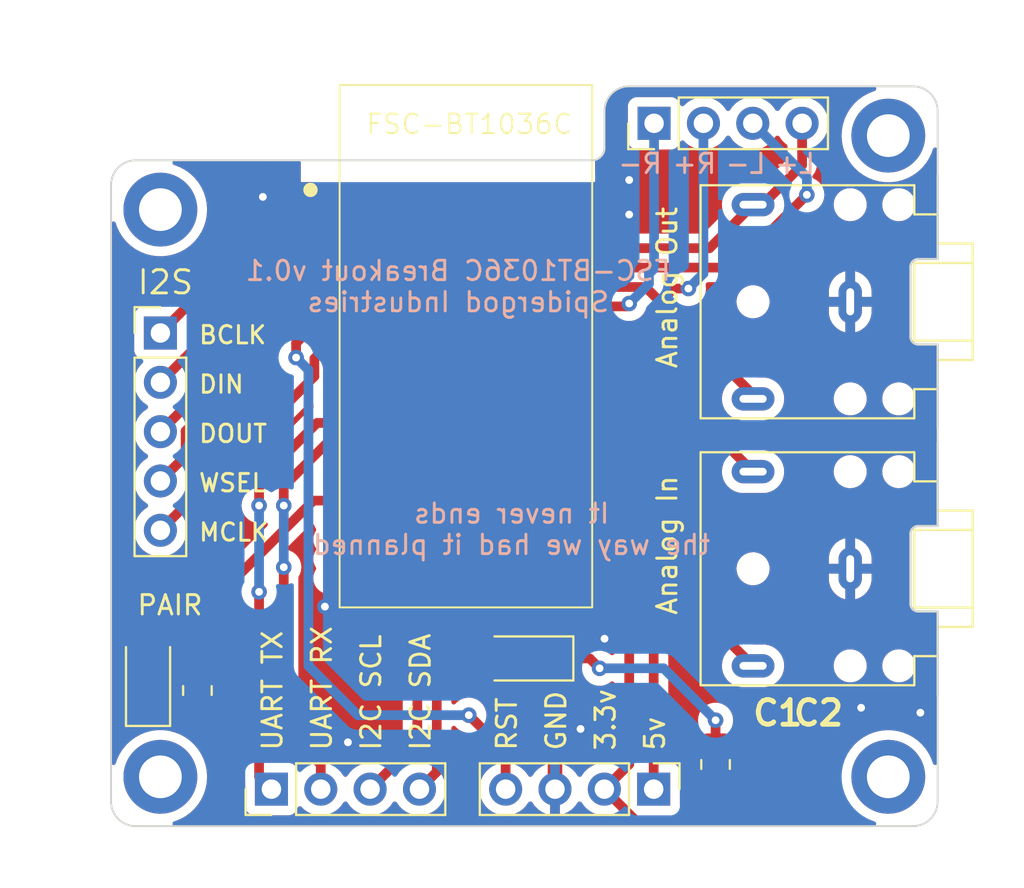
<source format=kicad_pcb>
(kicad_pcb (version 20221018) (generator pcbnew)
  (layers (0 "F.Cu" signal) (31 "B.Cu" signal) (34 "B.Paste" user) (35 "F.Paste" user) (36 "B.SilkS" user "B.Silkscreen") (37 "F.SilkS" user "F.Silkscreen") (38 "B.Mask" user) (39 "F.Mask" user) (44 "Edge.Cuts" user))
  (net 0 "")
  (net 1 "OUT_R+")
  (net 2 "GND")
  (net 3 "OUT_L+")
  (net 4 "IN_R+")
  (net 5 "IN_L+")
  (net 8 "I2S_BCLK")
  (net 9 "I2S_IN")
  (net 10 "I2S_OUT")
  (net 11 "I2S_WSEL")
  (net 12 "RST")
  (net 13 "I2S_MCLK")
  (net 17 "UART_TX")
  (net 18 "UART_RX")
  (net 21 "ADC0")
  (net 23 "ADC1")
  (net 24 "P13")
  (net 26 "I2C_SCL")
  (net 27 "I2C_SDA")
  (net 33 "+3.3V")
  (net 39 "+5V")
  (net 40 "IN_R-")
  (net 42 "IN_L-")
  (net 44 "OUT_R-")
  (net 45 "OUT_L-")
  (net 47 "Net-(PAIRING1-K)")
  (net 48 "Net-(PAIRING1-A)")
  (net 49 "Net-(PWR1-K)")
  (net 50 "Net-(PWR1-A)")
  (footprint "dowloaded_parts:0805_cap" (layer "F.Cu") (at 159.095 103.525 90)
    (fp_text reference "C2" (at 2.667 -0.127) (layer "F.SilkS") (effects (font (size 1.27 1.27) (thickness 0.254))))
    (fp_text value "CL21B104KBCNNNC" hide)
    (pad "1" smd rect (at -0.841 0 90) (size 1.112 1.47) (layers "F.Cu" "F.Paste" "F.Mask") (net 33 "+3.3V"))
    (pad "2" smd rect (at 0.9045 0 90) (size 1.239 1.47) (layers "F.Cu" "F.Paste" "F.Mask") (net 2 "GND"))
  )
  (footprint "dowloaded_parts:Jack_3.5mm_CUI_SJ1-3523N_Horizontal" (layer "F.Cu") (at 160.6 93.425 90)
    (fp_text reference "J2" hide)
    (fp_text value "SJ1-3523N" hide)
    (fp_line (start -6 -7.7) (end 6 -7.7) (stroke (width 0.12)) (layer "F.SilkS"))
    (fp_line (start -6 3.3) (end -6 -7.7) (stroke (width 0.12)) (layer "F.SilkS"))
    (fp_line (start -4.5 3.3) (end -6 3.3) (stroke (width 0.12)) (layer "F.SilkS"))
    (fp_line (start -4.5 4.5) (end -4.5 3.3) (stroke (width 0.12)) (layer "F.SilkS"))
    (fp_line (start -3 4.5) (end -4.5 4.5) (stroke (width 0.12)) (layer "F.SilkS"))
    (fp_line (start -3 6.3) (end -3 4.5) (stroke (width 0.12)) (layer "F.SilkS"))
    (fp_line (start -2 3.3) (end -2 6.3) (stroke (width 0.12)) (layer "F.SilkS"))
    (fp_line (start 2 3.3) (end -2 3.3) (stroke (width 0.12)) (layer "F.SilkS"))
    (fp_line (start 2 6.3) (end 2 3.3) (stroke (width 0.12)) (layer "F.SilkS"))
    (fp_line (start 3 4.5) (end 3 6.3) (stroke (width 0.12)) (layer "F.SilkS"))
    (fp_line (start 3 6.3) (end -3 6.3) (stroke (width 0.12)) (layer "F.SilkS"))
    (fp_line (start 4.5 3.3) (end 4.5 4.5) (stroke (width 0.12)) (layer "F.SilkS"))
    (fp_line (start 4.5 4.5) (end 3 4.5) (stroke (width 0.12)) (layer "F.SilkS"))
    (fp_line (start 6 -7.7) (end 6 3.3) (stroke (width 0.12)) (layer "F.SilkS"))
    (fp_line (start 6 3.3) (end 4.5 3.3) (stroke (width 0.12)) (layer "F.SilkS"))
    (fp_line (start -2.2 3.5) (end -2.2 4.5) (stroke (width 0.12)) (layer "Edge.Cuts"))
    (fp_line (start -2.2 4.5) (end -6.5 4.5) (stroke (width 0.12)) (layer "Edge.Cuts"))
    (fp_line (start 1.8 3.1) (end -1.8 3.1) (stroke (width 0.12)) (layer "Edge.Cuts"))
    (fp_line (start 2.2 3.5) (end 2.2 4.5) (stroke (width 0.12)) (layer "Edge.Cuts"))
    (fp_line (start 2.2 4.5) (end 6.5 4.5) (stroke (width 0.12)) (layer "Edge.Cuts"))
    (fp_arc (start -2.2 3.5) (mid -2.082842 3.217158) (end -1.8 3.1) (stroke (width 0.12)) (layer "Edge.Cuts"))
    (fp_arc (start 1.8 3.1) (mid 2.082843 3.217157) (end 2.2 3.5) (stroke (width 0.12)) (layer "Edge.Cuts"))
    (pad "" np_thru_hole circle (at -5 0 90) (size 1.2 1.2) (drill 1.2) (layers "*.Cu"))
    (pad "" np_thru_hole circle (at -5 2.5 90) (size 1.2 1.2) (drill 1.2) (layers "*.Cu"))
    (pad "" np_thru_hole circle (at 0 -5 90) (size 1.2 1.2) (drill 1.2) (layers "*.Cu"))
    (pad "" np_thru_hole circle (at 5 0 90) (size 1.2 1.2) (drill 1.2) (layers "*.Cu"))
    (pad "" np_thru_hole circle (at 5 2.5 90) (size 1.2 1.2) (drill 1.2) (layers "*.Cu"))
    (pad "R" thru_hole oval (at -5 -5 90) (size 1.2 2.2) (drill oval 0.4 1.4) (layers "*.Cu" "*.Mask") (net 4 "IN_R+"))
    (pad "S" thru_hole oval (at 0 0 90) (size 2.2 1.2) (drill oval 1.4 0.4) (layers "*.Cu" "*.Mask") (net 2 "GND"))
    (pad "T" thru_hole oval (at 5 -5 270) (size 1.2 2.2) (drill oval 0.4 1.4) (layers "*.Cu" "*.Mask") (net 5 "IN_L+"))
  )
  (footprint "dowloaded_parts:Jack_3.5mm_CUI_SJ1-3523N_Horizontal" (layer "F.Cu") (at 160.6 79.676 90)
    (fp_text reference "J1" hide)
    (fp_text value "SJ1-3523N" hide)
    (fp_line (start -6 -7.7) (end 6 -7.7) (stroke (width 0.12)) (layer "F.SilkS"))
    (fp_line (start -6 3.3) (end -6 -7.7) (stroke (width 0.12)) (layer "F.SilkS"))
    (fp_line (start -4.5 3.3) (end -6 3.3) (stroke (width 0.12)) (layer "F.SilkS"))
    (fp_line (start -4.5 4.5) (end -4.5 3.3) (stroke (width 0.12)) (layer "F.SilkS"))
    (fp_line (start -3 4.5) (end -4.5 4.5) (stroke (width 0.12)) (layer "F.SilkS"))
    (fp_line (start -3 6.3) (end -3 4.5) (stroke (width 0.12)) (layer "F.SilkS"))
    (fp_line (start -2 3.3) (end -2 6.3) (stroke (width 0.12)) (layer "F.SilkS"))
    (fp_line (start 2 3.3) (end -2 3.3) (stroke (width 0.12)) (layer "F.SilkS"))
    (fp_line (start 2 6.3) (end 2 3.3) (stroke (width 0.12)) (layer "F.SilkS"))
    (fp_line (start 3 4.5) (end 3 6.3) (stroke (width 0.12)) (layer "F.SilkS"))
    (fp_line (start 3 6.3) (end -3 6.3) (stroke (width 0.12)) (layer "F.SilkS"))
    (fp_line (start 4.5 3.3) (end 4.5 4.5) (stroke (width 0.12)) (layer "F.SilkS"))
    (fp_line (start 4.5 4.5) (end 3 4.5) (stroke (width 0.12)) (layer "F.SilkS"))
    (fp_line (start 6 -7.7) (end 6 3.3) (stroke (width 0.12)) (layer "F.SilkS"))
    (fp_line (start 6 3.3) (end 4.5 3.3) (stroke (width 0.12)) (layer "F.SilkS"))
    (fp_line (start -2.2 3.5) (end -2.2 4.5) (stroke (width 0.12)) (layer "Edge.Cuts"))
    (fp_line (start -2.2 4.5) (end -6.5 4.5) (stroke (width 0.12)) (layer "Edge.Cuts"))
    (fp_line (start 1.8 3.1) (end -1.8 3.1) (stroke (width 0.12)) (layer "Edge.Cuts"))
    (fp_line (start 2.2 3.5) (end 2.2 4.5) (stroke (width 0.12)) (layer "Edge.Cuts"))
    (fp_line (start 2.2 4.5) (end 6.5 4.5) (stroke (width 0.12)) (layer "Edge.Cuts"))
    (fp_arc (start -2.2 3.5) (mid -2.082842 3.217158) (end -1.8 3.1) (stroke (width 0.12)) (layer "Edge.Cuts"))
    (fp_arc (start 1.8 3.1) (mid 2.082843 3.217157) (end 2.2 3.5) (stroke (width 0.12)) (layer "Edge.Cuts"))
    (pad "" np_thru_hole circle (at -5 0 90) (size 1.2 1.2) (drill 1.2) (layers "*.Cu"))
    (pad "" np_thru_hole circle (at -5 2.5 90) (size 1.2 1.2) (drill 1.2) (layers "*.Cu"))
    (pad "" np_thru_hole circle (at 0 -5 90) (size 1.2 1.2) (drill 1.2) (layers "*.Cu"))
    (pad "" np_thru_hole circle (at 5 0 90) (size 1.2 1.2) (drill 1.2) (layers "*.Cu"))
    (pad "" np_thru_hole circle (at 5 2.5 90) (size 1.2 1.2) (drill 1.2) (layers "*.Cu"))
    (pad "R" thru_hole oval (at -5 -5 90) (size 1.2 2.2) (drill oval 0.4 1.4) (layers "*.Cu" "*.Mask") (net 1 "OUT_R+"))
    (pad "S" thru_hole oval (at 0 0 90) (size 2.2 1.2) (drill oval 1.4 0.4) (layers "*.Cu" "*.Mask") (net 2 "GND"))
    (pad "T" thru_hole oval (at 5 -5 270) (size 1.2 2.2) (drill oval 0.4 1.4) (layers "*.Cu" "*.Mask") (net 3 "OUT_L+"))
  )
  (footprint "dowloaded_parts:fsc-bt1036c" (layer "F.Cu") (at 134.32 68.515)
    (fp_text reference "U1" hide)
    (fp_text value "FSC-BT1036C" hide)
    (fp_text user "FSC-BT1036C" (at 1.3 2.6 unlocked) (layer "F.SilkS") (effects (font (thickness 0.1)) (justify left bottom)))
    (fp_rect (start 0 0) (end 13 26.9) (stroke (width 0.1)) (fill none) (layer "F.SilkS"))
    (fp_circle (center -1.5 5.4) (end -1.179844 5.4) (stroke (width 0.1)) (fill solid) (layer "F.SilkS"))
    (pad "1" smd oval (at 0 5.4) (size 1.7 0.6) (layers "F.Cu" "F.Paste" "F.Mask") (net 2 "GND"))
    (pad "2" smd oval (at 0 6.4) (size 1.7 0.6) (layers "F.Cu" "F.Paste" "F.Mask"))
    (pad "3" smd oval (at 0 7.4) (size 1.7 0.6) (layers "F.Cu" "F.Paste" "F.Mask"))
    (pad "4" smd oval (at 0 8.4) (size 1.7 0.6) (layers "F.Cu" "F.Paste" "F.Mask") (net 8 "I2S_BCLK"))
    (pad "5" smd oval (at 0 9.4) (size 1.7 0.6) (layers "F.Cu" "F.Paste" "F.Mask") (net 9 "I2S_IN"))
    (pad "6" smd oval (at 0 10.4) (size 1.7 0.6) (layers "F.Cu" "F.Paste" "F.Mask") (net 10 "I2S_OUT"))
    (pad "7" smd oval (at 0 11.4) (size 1.7 0.6) (layers "F.Cu" "F.Paste" "F.Mask") (net 11 "I2S_WSEL"))
    (pad "8" smd oval (at 0 12.4) (size 1.7 0.6) (layers "F.Cu" "F.Paste" "F.Mask") (net 12 "RST"))
    (pad "9" smd oval (at 0 13.4) (size 1.7 0.6) (layers "F.Cu" "F.Paste" "F.Mask") (net 13 "I2S_MCLK"))
    (pad "10" smd oval (at 0 14.4) (size 1.7 0.6) (layers "F.Cu" "F.Paste" "F.Mask"))
    (pad "11" smd oval (at 0 15.4) (size 1.7 0.6) (layers "F.Cu" "F.Paste" "F.Mask"))
    (pad "12" smd oval (at 0 16.4) (size 1.7 0.6) (layers "F.Cu" "F.Paste" "F.Mask"))
    (pad "13" smd oval (at 0 17.4) (size 1.7 0.6) (layers "F.Cu" "F.Paste" "F.Mask") (net 17 "UART_TX"))
    (pad "14" smd oval (at 0 18.4) (size 1.7 0.6) (layers "F.Cu" "F.Paste" "F.Mask") (net 18 "UART_RX"))
    (pad "15" smd oval (at 0 19.4) (size 1.7 0.6) (layers "F.Cu" "F.Paste" "F.Mask"))
    (pad "16" smd oval (at 0 20.4) (size 1.7 0.6) (layers "F.Cu" "F.Paste" "F.Mask"))
    (pad "17" smd oval (at 0 21.4) (size 1.7 0.6) (layers "F.Cu" "F.Paste" "F.Mask") (net 48 "Net-(PAIRING1-A)"))
    (pad "18" smd oval (at 0 22.4) (size 1.7 0.6) (layers "F.Cu" "F.Paste" "F.Mask") (net 21 "ADC0"))
    (pad "19" smd oval (at 0 23.4) (size 1.7 0.6) (layers "F.Cu" "F.Paste" "F.Mask"))
    (pad "20" smd oval (at 0 24.4) (size 1.7 0.6) (layers "F.Cu" "F.Paste" "F.Mask") (net 23 "ADC1"))
    (pad "21" smd oval (at 0 25.4 180) (size 1.7 0.6) (layers "F.Cu" "F.Paste" "F.Mask") (net 24 "P13"))
    (pad "22" smd oval (at 2 26.9 270) (size 1.7 0.6) (layers "F.Cu" "F.Paste" "F.Mask") (net 2 "GND"))
    (pad "23" smd oval (at 3 26.9 270) (size 1.7 0.6) (layers "F.Cu" "F.Paste" "F.Mask"))
    (pad "24" smd oval (at 4 26.9 270) (size 1.7 0.6) (layers "F.Cu" "F.Paste" "F.Mask") (net 26 "I2C_SCL"))
    (pad "25" smd oval (at 5 26.9 270) (size 1.7 0.6) (layers "F.Cu" "F.Paste" "F.Mask") (net 27 "I2C_SDA"))
    (pad "26" smd oval (at 6 26.9 270) (size 1.7 0.6) (layers "F.Cu" "F.Paste" "F.Mask"))
    (pad "27" smd oval (at 7 26.9 270) (size 1.7 0.6) (layers "F.Cu" "F.Paste" "F.Mask"))
    (pad "28" smd oval (at 8 26.9 270) (size 1.7 0.6) (layers "F.Cu" "F.Paste" "F.Mask"))
    (pad "29" smd oval (at 9 26.9 270) (size 1.7 0.6) (layers "F.Cu" "F.Paste" "F.Mask"))
    (pad "30" smd oval (at 10 26.9 270) (size 1.7 0.6) (layers "F.Cu" "F.Paste" "F.Mask"))
    (pad "31" smd oval (at 11 26.9 270) (size 1.7 0.6) (layers "F.Cu" "F.Paste" "F.Mask") (net 50 "Net-(PWR1-A)"))
    (pad "32" smd oval (at 13 25.4) (size 1.7 0.6) (layers "F.Cu" "F.Paste" "F.Mask") (net 2 "GND"))
    (pad "33" smd oval (at 13 24.4) (size 1.7 0.6) (layers "F.Cu" "F.Paste" "F.Mask") (net 33 "+3.3V"))
    (pad "34" smd oval (at 13 23.4) (size 1.7 0.6) (layers "F.Cu" "F.Paste" "F.Mask"))
    (pad "35" smd oval (at 13 22.4) (size 1.7 0.6) (layers "F.Cu" "F.Paste" "F.Mask"))
    (pad "36" smd oval (at 13 21.4) (size 1.7 0.6) (layers "F.Cu" "F.Paste" "F.Mask"))
    (pad "37" smd oval (at 13 20.4) (size 1.7 0.6) (layers "F.Cu" "F.Paste" "F.Mask"))
    (pad "38" smd oval (at 13 19.4) (size 1.7 0.6) (layers "F.Cu" "F.Paste" "F.Mask"))
    (pad "39" smd oval (at 13 18.4) (size 1.7 0.6) (layers "F.Cu" "F.Paste" "F.Mask") (net 39 "+5V"))
    (pad "40" smd oval (at 13 17.4) (size 1.7 0.6) (layers "F.Cu" "F.Paste" "F.Mask") (net 4 "IN_R+"))
    (pad "41" smd oval (at 13 16.4) (size 1.7 0.6) (layers "F.Cu" "F.Paste" "F.Mask") (net 40 "IN_R-"))
    (pad "42" smd oval (at 13 15.4) (size 1.7 0.6) (layers "F.Cu" "F.Paste" "F.Mask"))
    (pad "43" smd oval (at 13 14.4) (size 1.7 0.6) (layers "F.Cu" "F.Paste" "F.Mask") (net 5 "IN_L+"))
    (pad "44" smd oval (at 13 13.4) (size 1.7 0.6) (layers "F.Cu" "F.Paste" "F.Mask") (net 42 "IN_L-"))
    (pad "45" smd oval (at 13 12.4) (size 1.7 0.6) (layers "F.Cu" "F.Paste" "F.Mask"))
    (pad "46" smd oval (at 13 11.4) (size 1.7 0.6) (layers "F.Cu" "F.Paste" "F.Mask") (net 44 "OUT_R-"))
    (pad "47" smd oval (at 13 10.4) (size 1.7 0.6) (layers "F.Cu" "F.Paste" "F.Mask") (net 1 "OUT_R+"))
    (pad "48" smd oval (at 13 9.4) (size 1.7 0.6) (layers "F.Cu" "F.Paste" "F.Mask") (net 45 "OUT_L-"))
    (pad "49" smd oval (at 13 8.4) (size 1.7 0.6) (layers "F.Cu" "F.Paste" "F.Mask") (net 3 "OUT_L+"))
    (pad "50" smd oval (at 13 7.4) (size 1.7 0.6) (layers "F.Cu" "F.Paste" "F.Mask") (net 2 "GND"))
    (pad "51" smd oval (at 13 6.4) (size 1.7 0.6) (layers "F.Cu" "F.Paste" "F.Mask"))
    (pad "52" smd oval (at 13 5.4) (size 1.7 0.6) (layers "F.Cu" "F.Paste" "F.Mask") (net 2 "GND"))
    (zone (net 0) (net_name "") (layers "*.Cu") (connect_pads (clearance 0)) (min_thickness 0.25)
      (keepout (tracks not_allowed) (vias not_allowed) (pads not_allowed) (copperpour not_allowed) (footprints not_allowed))
      (fill (thermal_gap 0.5) (thermal_bridge_width 0.5))
      (polygon (pts (xy 132.32 73.515) (xy 132.32 68.315) (xy 147.47 68.315) (xy 147.47 73.515)))
    )
  )
  (footprint "Connector_PinHeader_2.54mm:PinHeader_1x05_P2.54mm_Vertical" (layer "F.Cu") (at 125.095 81.285)
    (fp_text reference "J5" hide)
    (fp_text value "Conn_01x05" hide)
    (fp_line (start -1.33 -1.33) (end 0 -1.33) (stroke (width 0.12)) (layer "F.SilkS"))
    (fp_line (start -1.33 0) (end -1.33 -1.33) (stroke (width 0.12)) (layer "F.SilkS"))
    (fp_line (start -1.33 1.27) (end -1.33 11.49) (stroke (width 0.12)) (layer "F.SilkS"))
    (fp_line (start -1.33 1.27) (end 1.33 1.27) (stroke (width 0.12)) (layer "F.SilkS"))
    (fp_line (start -1.33 11.49) (end 1.33 11.49) (stroke (width 0.12)) (layer "F.SilkS"))
    (fp_line (start 1.33 1.27) (end 1.33 11.49) (stroke (width 0.12)) (layer "F.SilkS"))
    (pad "1" thru_hole rect (at 0 0) (size 1.7 1.7) (drill 1) (layers "*.Cu" "*.Mask") (net 8 "I2S_BCLK"))
    (pad "2" thru_hole oval (at 0 2.54) (size 1.7 1.7) (drill 1) (layers "*.Cu" "*.Mask") (net 9 "I2S_IN"))
    (pad "3" thru_hole oval (at 0 5.08) (size 1.7 1.7) (drill 1) (layers "*.Cu" "*.Mask") (net 10 "I2S_OUT"))
    (pad "4" thru_hole oval (at 0 7.62) (size 1.7 1.7) (drill 1) (layers "*.Cu" "*.Mask") (net 11 "I2S_WSEL"))
    (pad "5" thru_hole oval (at 0 10.16) (size 1.7 1.7) (drill 1) (layers "*.Cu" "*.Mask") (net 13 "I2S_MCLK"))
  )
  (footprint "dowloaded_parts:0805_cap" (layer "F.Cu") (at 156.87 103.525 90)
    (fp_text reference "C1" (at 2.667 0) (layer "F.SilkS") (effects (font (size 1.27 1.27) (thickness 0.254))))
    (fp_text value "CL21A106KOQNNNE" hide)
    (pad "1" smd rect (at -0.841 0 90) (size 1.112 1.47) (layers "F.Cu" "F.Paste" "F.Mask") (net 33 "+3.3V"))
    (pad "2" smd rect (at 0.9045 0 90) (size 1.239 1.47) (layers "F.Cu" "F.Paste" "F.Mask") (net 2 "GND"))
  )
  (footprint "Connector_PinHeader_2.54mm:PinHeader_1x04_P2.54mm_Vertical" (layer "F.Cu") (at 130.81 104.775 90)
    (fp_text reference "J3" hide)
    (fp_text value "Conn_01x04" hide)
    (fp_line (start -1.33 -1.33) (end 0 -1.33) (stroke (width 0.12)) (layer "F.SilkS"))
    (fp_line (start -1.33 0) (end -1.33 -1.33) (stroke (width 0.12)) (layer "F.SilkS"))
    (fp_line (start -1.33 1.27) (end -1.33 8.95) (stroke (width 0.12)) (layer "F.SilkS"))
    (fp_line (start -1.33 1.27) (end 1.33 1.27) (stroke (width 0.12)) (layer "F.SilkS"))
    (fp_line (start -1.33 8.95) (end 1.33 8.95) (stroke (width 0.12)) (layer "F.SilkS"))
    (fp_line (start 1.33 1.27) (end 1.33 8.95) (stroke (width 0.12)) (layer "F.SilkS"))
    (pad "1" thru_hole rect (at 0 0 90) (size 1.7 1.7) (drill 1) (layers "*.Cu" "*.Mask") (net 17 "UART_TX"))
    (pad "2" thru_hole oval (at 0 2.54 90) (size 1.7 1.7) (drill 1) (layers "*.Cu" "*.Mask") (net 18 "UART_RX"))
    (pad "3" thru_hole oval (at 0 5.08 90) (size 1.7 1.7) (drill 1) (layers "*.Cu" "*.Mask") (net 26 "I2C_SCL"))
    (pad "4" thru_hole oval (at 0 7.62 90) (size 1.7 1.7) (drill 1) (layers "*.Cu" "*.Mask") (net 27 "I2C_SDA"))
  )
  (footprint "MountingHole:MountingHole_2.2mm_M2_DIN965_Pad" (layer "F.Cu") (at 125.095 74.93)
    (fp_text reference "REF**" hide)
    (fp_text value "MountingHole_2.2mm_M2_DIN965_Pad" hide)
    (pad "1" thru_hole circle (at 0 0) (size 3.8 3.8) (drill 2.2) (layers "*.Cu" "*.Mask"))
  )
  (footprint "Resistor_SMD:R_0805_2012Metric_Pad1.20x1.40mm_HandSolder" (layer "F.Cu") (at 153.67 103.505 -90)
    (fp_text reference "R2" hide)
    (fp_text value "RNCP0805FTD1K00" hide)
    (fp_line (start -0.227064 -0.735) (end 0.227064 -0.735) (stroke (width 0.12)) (layer "F.SilkS"))
    (fp_line (start -0.227064 0.735) (end 0.227064 0.735) (stroke (width 0.12)) (layer "F.SilkS"))
    (pad "1" smd roundrect (at -1 0 270) (size 1.2 1.4) (layers "F.Cu" "F.Paste" "F.Mask") (roundrect_rratio 0.2083333333) (net 49 "Net-(PWR1-K)"))
    (pad "2" smd roundrect (at 1 0 270) (size 1.2 1.4) (layers "F.Cu" "F.Paste" "F.Mask") (roundrect_rratio 0.2083333333) (net 2 "GND"))
  )
  (footprint "Resistor_SMD:R_0805_2012Metric_Pad1.20x1.40mm_HandSolder" (layer "F.Cu") (at 127 99.695 90)
    (fp_text reference "R1" hide)
    (fp_text value "RNCP0805FTD1K00" hide)
    (fp_line (start -0.227064 -0.735) (end 0.227064 -0.735) (stroke (width 0.12)) (layer "F.SilkS"))
    (fp_line (start -0.227064 0.735) (end 0.227064 0.735) (stroke (width 0.12)) (layer "F.SilkS"))
    (pad "1" smd roundrect (at -1 0 90) (size 1.2 1.4) (layers "F.Cu" "F.Paste" "F.Mask") (roundrect_rratio 0.2083333333) (net 2 "GND"))
    (pad "2" smd roundrect (at 1 0 90) (size 1.2 1.4) (layers "F.Cu" "F.Paste" "F.Mask") (roundrect_rratio 0.2083333333) (net 47 "Net-(PAIRING1-K)"))
  )
  (footprint "MountingHole:MountingHole_2.2mm_M2_DIN965_Pad" (layer "F.Cu") (at 162.56 71.12)
    (fp_text reference "REF**" hide)
    (fp_text value "MountingHole_2.2mm_M2_DIN965_Pad" hide)
    (pad "1" thru_hole circle (at 0 0) (size 3.8 3.8) (drill 2.2) (layers "*.Cu" "*.Mask"))
  )
  (footprint "LED_SMD:LED_1206_3216Metric_Pad1.42x1.75mm_HandSolder" (layer "F.Cu") (at 124.46 99.06 90)
    (fp_text reference "PAIRING1" hide)
    (fp_text value "QBLP615-IB" hide)
    (fp_line (start -2.46 -1.135) (end -2.46 1.135) (stroke (width 0.12)) (layer "F.SilkS"))
    (fp_line (start -2.46 1.135) (end 1.6 1.135) (stroke (width 0.12)) (layer "F.SilkS"))
    (fp_line (start 1.6 -1.135) (end -2.46 -1.135) (stroke (width 0.12)) (layer "F.SilkS"))
    (pad "1" smd roundrect (at -1.4875 0 90) (size 1.425 1.75) (layers "F.Cu" "F.Paste" "F.Mask") (roundrect_rratio 0.1754392982) (net 47 "Net-(PAIRING1-K)"))
    (pad "2" smd roundrect (at 1.4875 0 90) (size 1.425 1.75) (layers "F.Cu" "F.Paste" "F.Mask") (roundrect_rratio 0.1754392982) (net 48 "Net-(PAIRING1-A)"))
  )
  (footprint "Connector_PinHeader_2.54mm:PinHeader_1x04_P2.54mm_Vertical" (layer "F.Cu") (at 150.505 70.485 90)
    (fp_text reference "J6" hide)
    (fp_text value "Conn_01x04" hide)
    (fp_line (start -1.33 -1.33) (end 0 -1.33) (stroke (width 0.12)) (layer "F.SilkS"))
    (fp_line (start -1.33 0) (end -1.33 -1.33) (stroke (width 0.12)) (layer "F.SilkS"))
    (fp_line (start -1.33 1.27) (end -1.33 8.95) (stroke (width 0.12)) (layer "F.SilkS"))
    (fp_line (start -1.33 1.27) (end 1.33 1.27) (stroke (width 0.12)) (layer "F.SilkS"))
    (fp_line (start -1.33 8.95) (end 1.33 8.95) (stroke (width 0.12)) (layer "F.SilkS"))
    (fp_line (start 1.33 1.27) (end 1.33 8.95) (stroke (width 0.12)) (layer "F.SilkS"))
    (pad "1" thru_hole rect (at 0 0 90) (size 1.7 1.7) (drill 1) (layers "*.Cu" "*.Mask") (net 44 "OUT_R-"))
    (pad "2" thru_hole oval (at 0 2.54 90) (size 1.7 1.7) (drill 1) (layers "*.Cu" "*.Mask") (net 1 "OUT_R+"))
    (pad "3" thru_hole oval (at 0 5.08 90) (size 1.7 1.7) (drill 1) (layers "*.Cu" "*.Mask") (net 45 "OUT_L-"))
    (pad "4" thru_hole oval (at 0 7.62 90) (size 1.7 1.7) (drill 1) (layers "*.Cu" "*.Mask") (net 3 "OUT_L+"))
  )
  (footprint "Connector_PinHeader_2.54mm:PinHeader_1x04_P2.54mm_Vertical" (layer "F.Cu") (at 150.485 104.775 -90)
    (fp_text reference "J4" hide)
    (fp_text value "Conn_01x04" hide)
    (fp_line (start -1.33 -1.33) (end 0 -1.33) (stroke (width 0.12)) (layer "F.SilkS"))
    (fp_line (start -1.33 0) (end -1.33 -1.33) (stroke (width 0.12)) (layer "F.SilkS"))
    (fp_line (start -1.33 1.27) (end -1.33 8.95) (stroke (width 0.12)) (layer "F.SilkS"))
    (fp_line (start -1.33 1.27) (end 1.33 1.27) (stroke (width 0.12)) (layer "F.SilkS"))
    (fp_line (start -1.33 8.95) (end 1.33 8.95) (stroke (width 0.12)) (layer "F.SilkS"))
    (fp_line (start 1.33 1.27) (end 1.33 8.95) (stroke (width 0.12)) (layer "F.SilkS"))
    (pad "1" thru_hole rect (at 0 0 270) (size 1.7 1.7) (drill 1) (layers "*.Cu" "*.Mask") (net 39 "+5V"))
    (pad "2" thru_hole oval (at 0 2.54 270) (size 1.7 1.7) (drill 1) (layers "*.Cu" "*.Mask") (net 33 "+3.3V"))
    (pad "3" thru_hole oval (at 0 5.08 270) (size 1.7 1.7) (drill 1) (layers "*.Cu" "*.Mask") (net 2 "GND"))
    (pad "4" thru_hole oval (at 0 7.62 270) (size 1.7 1.7) (drill 1) (layers "*.Cu" "*.Mask") (net 12 "RST"))
  )
  (footprint "MountingHole:MountingHole_2.2mm_M2_DIN965_Pad" (layer "F.Cu") (at 162.56 104.14)
    (fp_text reference "REF**" hide)
    (fp_text value "MountingHole_2.2mm_M2_DIN965_Pad" hide)
    (pad "1" thru_hole circle (at 0 0) (size 3.8 3.8) (drill 2.2) (layers "*.Cu" "*.Mask"))
  )
  (footprint "LED_SMD:LED_1206_3216Metric_Pad1.42x1.75mm_HandSolder" (layer "F.Cu") (at 143.891 98.044 180)
    (fp_text reference "PWR1" hide)
    (fp_text value "QBLP615-R" hide)
    (fp_line (start -2.46 -1.135) (end -2.46 1.135) (stroke (width 0.12)) (layer "F.SilkS"))
    (fp_line (start -2.46 1.135) (end 1.6 1.135) (stroke (width 0.12)) (layer "F.SilkS"))
    (fp_line (start 1.6 -1.135) (end -2.46 -1.135) (stroke (width 0.12)) (layer "F.SilkS"))
    (pad "1" smd roundrect (at -1.4875 0 180) (size 1.425 1.75) (layers "F.Cu" "F.Paste" "F.Mask") (roundrect_rratio 0.1754392982) (net 49 "Net-(PWR1-K)"))
    (pad "2" smd roundrect (at 1.4875 0 180) (size 1.425 1.75) (layers "F.Cu" "F.Paste" "F.Mask") (roundrect_rratio 0.1754392982) (net 50 "Net-(PWR1-A)"))
  )
  (footprint "" (layer "F.Cu") (at 125.095 104.14)
    (fp_text reference "" (at 0 0) (layer "F.SilkS") (effects (font (size 1.27 1.27))))
    (fp_text value "" (at 0 0) (layer "F.SilkS") (effects (font (size 1.27 1.27))))
    (pad "1" thru_hole circle (at 0 0) (size 3.8 3.8) (drill 2.2) (layers "*.Cu" "*.Mask"))
  )
  (gr_line (start 122.555 73.66) (end 122.555 105.41) (stroke (width 0.1)) (layer "Edge.Cuts"))
  (gr_arc (start 147.955 69.85) (mid 148.326974 68.951974) (end 149.225 68.58) (stroke (width 0.1)) (layer "Edge.Cuts"))
  (gr_line (start 130.81 72.39) (end 147.32 72.39) (stroke (width 0.1)) (layer "Edge.Cuts"))
  (gr_arc (start 123.825 106.68) (mid 122.926974 106.308026) (end 122.555 105.41) (stroke (width 0.1)) (layer "Edge.Cuts"))
  (gr_line (start 165.1 70.255) (end 165.1 73.176) (stroke (width 0.1)) (layer "Edge.Cuts"))
  (gr_arc (start 165.1 105.41) (mid 164.728026 106.308026) (end 163.83 106.68) (stroke (width 0.1)) (layer "Edge.Cuts"))
  (gr_line (start 149.225 68.58) (end 163.83 68.58) (stroke (width 0.1)) (layer "Edge.Cuts"))
  (gr_arc (start 122.555 73.66) (mid 122.926974 72.761974) (end 123.825 72.39) (stroke (width 0.1)) (layer "Edge.Cuts"))
  (gr_line (start 165.1 70.255) (end 165.1 69.85) (stroke (width 0.1)) (layer "Edge.Cuts"))
  (gr_line (start 165.1 99.925) (end 165.1 105.41) (stroke (width 0.1)) (layer "Edge.Cuts"))
  (gr_line (start 165.1 86.925) (end 165.1 86.176) (stroke (width 0.1)) (layer "Edge.Cuts"))
  (gr_line (start 147.955 71.755) (end 147.955 69.85) (stroke (width 0.1)) (layer "Edge.Cuts"))
  (gr_line (start 130.81 72.39) (end 123.825 72.39) (stroke (width 0.1)) (layer "Edge.Cuts"))
  (gr_arc (start 147.955 71.755) (mid 147.769013 72.204013) (end 147.32 72.39) (stroke (width 0.1)) (layer "Edge.Cuts"))
  (gr_line (start 163.83 106.68) (end 123.825 106.68) (stroke (width 0.1)) (layer "Edge.Cuts"))
  (gr_arc (start 163.83 68.58) (mid 164.728026 68.951974) (end 165.1 69.85) (stroke (width 0.1)) (layer "Edge.Cuts"))
  (gr_text "R-" (at 151.003 73.152) (layer "B.SilkS") (effects (font (size 1 1)) (justify left bottom mirror)))
  (gr_text "R+" (at 153.797 73.152) (layer "B.SilkS") (effects (font (size 1 1)) (justify left bottom mirror)))
  (gr_text "L-" (at 156.337 73.152) (layer "B.SilkS") (effects (font (size 1 1)) (justify left bottom mirror)))
  (gr_text "FSC-BT1036C Breakout v0.1\nSpidergod Industries" (at 140.42 80.275) (layer "B.SilkS") (effects (font (size 1 1)) (justify bottom mirror)))
  (gr_text "It never ends\nthe way we had it planned" (at 143.17 92.775) (layer "B.SilkS") (effects (font (size 1 1)) (justify bottom mirror)))
  (gr_text "L+" (at 158.877 73.152) (layer "B.SilkS") (effects (font (size 1 1)) (justify left bottom mirror)))
  (gr_text "UART RX" (at 133.985 102.87 90) (layer "F.SilkS") (effects (font (size 1 1)) (justify left bottom)))
  (gr_text "I2S" (at 123.825 79.375) (layer "F.SilkS") (effects (font (size 1.2 1.2)) (justify left bottom)))
  (gr_text "5v" (at 151.13 102.87 90) (layer "F.SilkS") (effects (font (size 1 1)) (justify left bottom)))
  (gr_text "MCLK" (at 127 92.075) (layer "F.SilkS") (effects (font (size 0.9 0.9)) (justify left bottom)))
  (gr_text "DIN" (at 127 84.455) (layer "F.SilkS") (effects (font (size 0.9 0.9)) (justify left bottom)))
  (gr_text "Analog Out" (at 151.765 83.185 90) (layer "F.SilkS") (effects (font (size 1 1)) (justify left bottom)))
  (gr_text "I2C SCL" (at 136.525 102.87 90) (layer "F.SilkS") (effects (font (size 1 1)) (justify left bottom)))
  (gr_text "DOUT" (at 127 86.995) (layer "F.SilkS") (effects (font (size 0.9 0.9)) (justify left bottom)))
  (gr_text "UART TX" (at 131.445 102.87 90) (layer "F.SilkS") (effects (font (size 1 1)) (justify left bottom)))
  (gr_text "RST" (at 143.51 102.87 90) (layer "F.SilkS") (effects (font (size 1 1)) (justify left bottom)))
  (gr_text "PAIR" (at 123.825 95.885) (layer "F.SilkS") (effects (font (size 1 1)) (justify left bottom)))
  (gr_text "3.3v" (at 148.59 102.87 90) (layer "F.SilkS") (effects (font (size 1 1)) (justify left bottom)))
  (gr_text "GND" (at 146.05 102.87 90) (layer "F.SilkS") (effects (font (size 1 1)) (justify left bottom)))
  (gr_text "I2C SDA" (at 139.065 102.87 90) (layer "F.SilkS") (effects (font (size 1 1)) (justify left bottom)))
  (gr_text "BCLK" (at 127 81.915) (layer "F.SilkS") (effects (font (size 0.9 0.9)) (justify left bottom)))
  (gr_text "WSEL" (at 127 89.535) (layer "F.SilkS") (effects (font (size 0.9 0.9)) (justify left bottom)))
  (gr_text "Analog In" (at 151.765 95.885 90) (layer "F.SilkS") (effects (font (size 1 1)) (justify left bottom)))
  (segment (start 150.06 78.915) (end 147.32 78.915) (width 0.5) (layer "F.Cu") (net 1))
  (segment (start 150.825 79.68) (end 150.06 78.915) (width 0.5) (layer "F.Cu") (net 1))
  (segment (start 150.825 79.68) (end 151.511 78.994) (width 0.5) (layer "F.Cu") (net 1))
  (segment (start 155.6 84.455) (end 150.825 79.68) (width 0.5) (layer "F.Cu") (net 1))
  (segment (start 151.511 78.994) (end 152.273 78.994) (width 0.5) (layer "F.Cu") (net 1))
  (segment (start 155.6 84.676) (end 155.6 84.455) (width 0.5) (layer "F.Cu") (net 1))
  (via (at 152.273 78.994) (size 0.8) (drill 0.4) (layers "F.Cu" "B.Cu") (net 1))
  (segment (start 153.045 78.222) (end 153.045 70.485) (width 0.5) (layer "B.Cu") (net 1))
  (segment (start 152.273 78.994) (end 153.045 78.222) (width 0.5) (layer "B.Cu") (net 1))
  (segment (start 145.405 102.99) (end 146.72 101.675) (width 0.75) (layer "F.Cu") (net 2))
  (segment (start 147.32 93.915) (end 147.32 96.393) (width 0.5) (layer "F.Cu") (net 2))
  (segment (start 147.32 73.915) (end 148.716 73.915) (width 0.5) (layer "F.Cu") (net 2))
  (segment (start 136.28 95.375) (end 136.32 95.415) (width 0.5) (layer "F.Cu") (net 2))
  (segment (start 130.73 73.915) (end 130.37 74.275) (width 0.5) (layer "F.Cu") (net 2))
  (segment (start 149.225 75.184) (end 148.494 75.915) (width 0.5) (layer "F.Cu") (net 2))
  (segment (start 147.32 96.393) (end 147.955 97.028) (width 0.5) (layer "F.Cu") (net 2))
  (segment (start 133.5645 95.375) (end 136.28 95.375) (width 0.5) (layer "F.Cu") (net 2))
  (segment (start 145.405 104.775) (end 145.405 102.99) (width 0.75) (layer "F.Cu") (net 2))
  (segment (start 148.716 73.915) (end 149.225 73.406) (width 0.5) (layer "F.Cu") (net 2))
  (segment (start 148.494 75.915) (end 147.32 75.915) (width 0.5) (layer "F.Cu") (net 2))
  (segment (start 134.32 73.915) (end 130.73 73.915) (width 0.5) (layer "F.Cu") (net 2))
  (via (at 133.5645 95.375) (size 0.8) (drill 0.4) (layers "F.Cu" "B.Cu") (net 2))
  (via (at 134.747 102.362) (size 0.8) (drill 0.4) (layers "F.Cu" "B.Cu") (net 2))
  (via (at 149.225 73.406) (size 0.8) (drill 0.4) (layers "F.Cu" "B.Cu") (net 2))
  (via (at 161.163 100.584) (size 0.8) (drill 0.4) (layers "F.Cu" "B.Cu") (net 2))
  (via (at 146.72 101.675) (size 0.8) (drill 0.4) (layers "F.Cu" "B.Cu") (net 2))
  (via (at 147.955 97.028) (size 0.8) (drill 0.4) (layers "F.Cu" "B.Cu") (net 2))
  (via (at 130.37 74.275) (size 0.8) (drill 0.4) (layers "F.Cu" "B.Cu") (net 2))
  (via (at 149.225 75.184) (size 0.8) (drill 0.4) (layers "F.Cu" "B.Cu") (net 2))
  (via (at 164.211 100.838) (size 0.8) (drill 0.4) (layers "F.Cu" "B.Cu") (net 2))
  (segment (start 158.125 70.485) (end 158.125 72.634) (width 0.5) (layer "F.Cu") (net 3))
  (segment (start 158.125 72.634) (end 156.304 74.455) (width 0.5) (layer "F.Cu") (net 3))
  (segment (start 153.361 76.915) (end 147.32 76.915) (width 0.5) (layer "F.Cu") (net 3))
  (segment (start 155.821 74.455) (end 153.361 76.915) (width 0.5) (layer "F.Cu") (net 3))
  (segment (start 156.304 74.455) (end 155.821 74.455) (width 0.5) (layer "F.Cu") (net 3))
  (segment (start 152.4 95.225) (end 152.4 89.535) (width 0.5) (layer "F.Cu") (net 4))
  (segment (start 155.6 98.425) (end 152.4 95.225) (width 0.5) (layer "F.Cu") (net 4))
  (segment (start 148.78 85.915) (end 147.32 85.915) (width 0.5) (layer "F.Cu") (net 4))
  (segment (start 152.4 89.535) (end 148.78 85.915) (width 0.5) (layer "F.Cu") (net 4))
  (segment (start 155.6 88.425) (end 150.09 82.915) (width 0.5) (layer "F.Cu") (net 5))
  (segment (start 150.09 82.915) (end 147.32 82.915) (width 0.5) (layer "F.Cu") (net 5))
  (segment (start 125.095 81.285) (end 129.465 76.915) (width 0.5) (layer "F.Cu") (net 8))
  (segment (start 129.465 76.915) (end 134.32 76.915) (width 0.5) (layer "F.Cu") (net 8))
  (segment (start 131.005 77.915) (end 134.32 77.915) (width 0.5) (layer "F.Cu") (net 9))
  (segment (start 125.095 83.825) (end 131.005 77.915) (width 0.5) (layer "F.Cu") (net 9))
  (segment (start 132.545 78.915) (end 134.32 78.915) (width 0.5) (layer "F.Cu") (net 10))
  (segment (start 125.095 86.365) (end 132.545 78.915) (width 0.5) (layer "F.Cu") (net 10))
  (segment (start 126.395 87.605) (end 126.395 86.33) (width 0.5) (layer "F.Cu") (net 11))
  (segment (start 125.095 88.905) (end 126.395 87.605) (width 0.5) (layer "F.Cu") (net 11))
  (segment (start 132.81 79.915) (end 134.32 79.915) (width 0.5) (layer "F.Cu") (net 11))
  (segment (start 126.395 86.33) (end 132.81 79.915) (width 0.5) (layer "F.Cu") (net 11))
  (segment (start 132.08 82.55) (end 132.08 81.805) (width 0.5) (layer "F.Cu") (net 12))
  (segment (start 142.865 104.775) (end 142.865 102.86) (width 0.5) (layer "F.Cu") (net 12))
  (segment (start 132.08 81.805) (end 132.97 80.915) (width 0.5) (layer "F.Cu") (net 12))
  (segment (start 142.865 102.86) (end 140.97 100.965) (width 0.5) (layer "F.Cu") (net 12))
  (segment (start 132.97 80.915) (end 134.32 80.915) (width 0.5) (layer "F.Cu") (net 12))
  (via (at 132.08 82.55) (size 0.8) (drill 0.4) (layers "F.Cu" "B.Cu") (net 12))
  (via (at 140.97 100.965) (size 0.8) (drill 0.4) (layers "F.Cu" "B.Cu") (net 12))
  (segment (start 132.715 83.185) (end 132.715 98.425) (width 0.5) (layer "B.Cu") (net 12))
  (segment (start 132.08 82.55) (end 132.715 83.185) (width 0.5) (layer "B.Cu") (net 12))
  (segment (start 132.715 98.425) (end 135.255 100.965) (width 0.5) (layer "B.Cu") (net 12))
  (segment (start 135.255 100.965) (end 140.97 100.965) (width 0.5) (layer "B.Cu") (net 12))
  (segment (start 125.095 91.445) (end 133.02 83.52) (width 0.5) (layer "F.Cu") (net 13))
  (segment (start 133.02 82.60434) (end 133.70934 81.915) (width 0.5) (layer "F.Cu") (net 13))
  (segment (start 133.70934 81.915) (end 134.32 81.915) (width 0.5) (layer "F.Cu") (net 13))
  (segment (start 133.02 83.52) (end 133.02 82.60434) (width 0.5) (layer "F.Cu") (net 13))
  (segment (start 130.175 94.615) (end 130.175 104.14) (width 0.5) (layer "F.Cu") (net 17))
  (segment (start 130.175 88.9) (end 133.16 85.915) (width 0.5) (layer "F.Cu") (net 17))
  (segment (start 130.175 104.14) (end 130.81 104.775) (width 0.5) (layer "F.Cu") (net 17))
  (segment (start 130.175 90.17) (end 130.175 88.9) (width 0.5) (layer "F.Cu") (net 17))
  (segment (start 133.16 85.915) (end 134.32 85.915) (width 0.5) (layer "F.Cu") (net 17))
  (via (at 130.175 94.615) (size 0.8) (drill 0.4) (layers "F.Cu" "B.Cu") (net 17))
  (via (at 130.175 90.17) (size 0.8) (drill 0.4) (layers "F.Cu" "B.Cu") (net 17))
  (segment (start 130.175 90.17) (end 130.175 94.615) (width 0.5) (layer "B.Cu") (net 17))
  (segment (start 131.445 90.17) (end 131.445 89.17934) (width 0.5) (layer "F.Cu") (net 18))
  (segment (start 133.70934 86.915) (end 134.32 86.915) (width 0.5) (layer "F.Cu") (net 18))
  (segment (start 131.445 93.345) (end 131.445 101.6) (width 0.5) (layer "F.Cu") (net 18))
  (segment (start 131.445 89.17934) (end 133.70934 86.915) (width 0.5) (layer "F.Cu") (net 18))
  (segment (start 133.35 103.505) (end 133.35 104.775) (width 0.5) (layer "F.Cu") (net 18))
  (segment (start 131.445 101.6) (end 133.35 103.505) (width 0.5) (layer "F.Cu") (net 18))
  (via (at 131.445 93.345) (size 0.8) (drill 0.4) (layers "F.Cu" "B.Cu") (net 18))
  (via (at 131.445 90.17) (size 0.8) (drill 0.4) (layers "F.Cu" "B.Cu") (net 18))
  (segment (start 131.445 90.17) (end 131.445 93.345) (width 0.5) (layer "B.Cu") (net 18))
  (segment (start 135.89 104.775) (end 138.32 102.345) (width 0.5) (layer "F.Cu") (net 26))
  (segment (start 138.32 102.345) (end 138.32 95.415) (width 0.5) (layer "F.Cu") (net 26))
  (segment (start 138.43 104.775) (end 139.32 103.885) (width 0.5) (layer "F.Cu") (net 27))
  (segment (start 139.32 103.885) (end 139.32 95.415) (width 0.5) (layer "F.Cu") (net 27))
  (segment (start 149.225 103.495) (end 149.225 93.47) (width 0.5) (layer "F.Cu") (net 33))
  (segment (start 147.945 104.775) (end 149.225 103.495) (width 0.5) (layer "F.Cu") (net 33))
  (segment (start 148.67 92.915) (end 147.32 92.915) (width 0.5) (layer "F.Cu") (net 33))
  (segment (start 149.225 93.47) (end 148.67 92.915) (width 0.5) (layer "F.Cu") (net 33))
  (segment (start 155.415 106.43) (end 149.6 106.43) (width 0.5) (layer "F.Cu") (net 33))
  (segment (start 156.87 104.366) (end 156.87 104.975) (width 0.5) (layer "F.Cu") (net 33))
  (segment (start 156.87 104.975) (end 155.415 106.43) (width 0.5) (layer "F.Cu") (net 33))
  (segment (start 149.6 106.43) (end 147.945 104.775) (width 0.5) (layer "F.Cu") (net 33))
  (segment (start 159.095 104.366) (end 156.87 104.366) (width 0.5) (layer "F.Cu") (net 33))
  (segment (start 150.485 104.775) (end 150.485 88.73) (width 0.5) (layer "F.Cu") (net 39))
  (segment (start 150.485 88.73) (end 148.67 86.915) (width 0.5) (layer "F.Cu") (net 39))
  (segment (start 148.67 86.915) (end 147.32 86.915) (width 0.5) (layer "F.Cu") (net 39))
  (segment (start 149.0745 79.915) (end 149.225 79.7645) (width 0.5) (layer "F.Cu") (net 44))
  (segment (start 147.32 79.915) (end 149.0745 79.915) (width 0.5) (layer "F.Cu") (net 44))
  (via (at 149.225 79.7645) (size 0.8) (drill 0.4) (layers "F.Cu" "B.Cu") (net 44))
  (segment (start 150.505 77.968) (end 150.505 70.485) (width 0.5) (layer "B.Cu") (net 44))
  (segment (start 149.225 79.7645) (end 150.241 78.7485) (width 0.5) (layer "B.Cu") (net 44))
  (segment (start 150.241 78.7485) (end 150.241 78.232) (width 0.5) (layer "B.Cu") (net 44))
  (segment (start 150.241 78.232) (end 150.505 77.968) (width 0.5) (layer "B.Cu") (net 44))
  (segment (start 147.32 77.915) (end 154.622 77.915) (width 0.5) (layer "F.Cu") (net 45))
  (segment (start 154.622 77.915) (end 158.369 74.168) (width 0.5) (layer "F.Cu") (net 45))
  (via (at 158.369 74.168) (size 0.8) (drill 0.4) (layers "F.Cu" "B.Cu") (net 45))
  (segment (start 158.369 74.168) (end 158.369 73.269) (width 0.5) (layer "B.Cu") (net 45))
  (segment (start 158.369 73.269) (end 155.585 70.485) (width 0.5) (layer "B.Cu") (net 45))
  (segment (start 125.1475 100.5475) (end 127 98.695) (width 0.5) (layer "F.Cu") (net 47))
  (segment (start 124.46 100.5475) (end 125.1475 100.5475) (width 0.5) (layer "F.Cu") (net 47))
  (segment (start 125.3125 97.5725) (end 124.46 97.5725) (width 0.5) (layer "F.Cu") (net 48))
  (segment (start 134.32 89.915) (end 132.97 89.915) (width 0.5) (layer "F.Cu") (net 48))
  (segment (start 132.97 89.915) (end 125.3125 97.5725) (width 0.5) (layer "F.Cu") (net 48))
  (segment (start 147.193 98.044) (end 147.701 98.552) (width 0.5) (layer "F.Cu") (net 49))
  (segment (start 153.67 101.225) (end 153.67 102.505) (width 0.5) (layer "F.Cu") (net 49))
  (segment (start 145.3785 98.044) (end 147.193 98.044) (width 0.5) (layer "F.Cu") (net 49))
  (via (at 153.67 101.225) (size 0.8) (drill 0.4) (layers "F.Cu" "B.Cu") (net 49))
  (via (at 147.701 98.552) (size 0.8) (drill 0.4) (layers "F.Cu" "B.Cu") (net 49))
  (segment (start 153.67 101.225) (end 150.997 98.552) (width 0.5) (layer "B.Cu") (net 49))
  (segment (start 150.997 98.552) (end 147.701 98.552) (width 0.5) (layer "B.Cu") (net 49))
  (segment (start 145.32 96.02566) (end 143.30166 98.044) (width 0.5) (layer "F.Cu") (net 50))
  (segment (start 145.32 95.415) (end 145.32 96.02566) (width 0.5) (layer "F.Cu") (net 50))
  (segment (start 143.30166 98.044) (end 142.4035 98.044) (width 0.5) (layer "F.Cu") (net 50))
  (zone (net 2) (net_name "GND") (layer "F.Cu") (connect_pads (clearance 0.5)) (min_thickness 0.25) (fill yes (thermal_gap 0.5) (thermal_bridge_width 0.5))
    (polygon (pts (xy 116.84 64.135) (xy 116.84 109.855) (xy 169.545 109.855) (xy 169.545 64.135)))
  )
  (zone (net 2) (net_name "GND") (layer "B.Cu") (priority 1) (connect_pads (clearance 0.5)) (min_thickness 0.25) (fill yes (thermal_gap 0.5) (thermal_bridge_width 0.5))
    (polygon (pts (xy 116.84 109.855) (xy 169.545 109.855) (xy 169.545 64.135) (xy 116.84 64.135) (xy 116.84 109.22)))
  )
)
</source>
